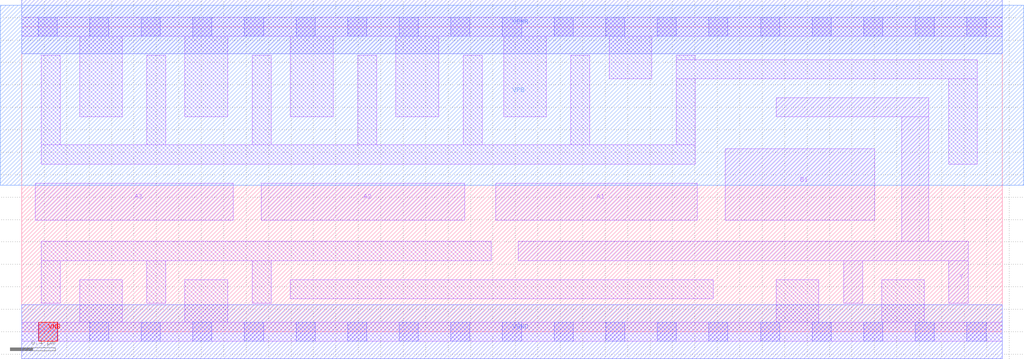
<source format=lef>
# Copyright 2020 The SkyWater PDK Authors
#
# Licensed under the Apache License, Version 2.0 (the "License");
# you may not use this file except in compliance with the License.
# You may obtain a copy of the License at
#
#     https://www.apache.org/licenses/LICENSE-2.0
#
# Unless required by applicable law or agreed to in writing, software
# distributed under the License is distributed on an "AS IS" BASIS,
# WITHOUT WARRANTIES OR CONDITIONS OF ANY KIND, either express or implied.
# See the License for the specific language governing permissions and
# limitations under the License.
#
# SPDX-License-Identifier: Apache-2.0

VERSION 5.7 ;
  NOWIREEXTENSIONATPIN ON ;
  DIVIDERCHAR "/" ;
  BUSBITCHARS "[]" ;
PROPERTYDEFINITIONS
  MACRO maskLayoutSubType STRING ;
  MACRO prCellType STRING ;
  MACRO originalViewName STRING ;
END PROPERTYDEFINITIONS
MACRO sky130_fd_sc_hdll__a31oi_4
  CLASS CORE ;
  FOREIGN sky130_fd_sc_hdll__a31oi_4 ;
  ORIGIN  0.000000  0.000000 ;
  SIZE  8.740000 BY  2.720000 ;
  SYMMETRY X Y R90 ;
  SITE unithd ;
  PIN A1
    ANTENNAGATEAREA  1.110000 ;
    DIRECTION INPUT ;
    USE SIGNAL ;
    PORT
      LAYER li1 ;
        RECT 4.225000 0.995000 6.020000 1.325000 ;
    END
  END A1
  PIN A2
    ANTENNAGATEAREA  1.110000 ;
    DIRECTION INPUT ;
    USE SIGNAL ;
    PORT
      LAYER li1 ;
        RECT 2.135000 0.995000 3.950000 1.325000 ;
    END
  END A2
  PIN A3
    ANTENNAGATEAREA  1.110000 ;
    DIRECTION INPUT ;
    USE SIGNAL ;
    PORT
      LAYER li1 ;
        RECT 0.120000 0.995000 1.885000 1.325000 ;
    END
  END A3
  PIN B1
    ANTENNAGATEAREA  1.110000 ;
    DIRECTION INPUT ;
    USE SIGNAL ;
    PORT
      LAYER li1 ;
        RECT 6.270000 0.995000 7.605000 1.630000 ;
    END
  END B1
  PIN VGND
    ANTENNADIFFAREA  0.832000 ;
    DIRECTION INOUT ;
    USE SIGNAL ;
    PORT
      LAYER met1 ;
        RECT 0.000000 -0.240000 8.740000 0.240000 ;
    END
  END VGND
  PIN VNB
    PORT
      LAYER pwell ;
        RECT 0.150000 -0.085000 0.320000 0.085000 ;
    END
  END VNB
  PIN VPB
    PORT
      LAYER nwell ;
        RECT -0.190000 1.305000 8.930000 2.910000 ;
    END
  END VPB
  PIN VPWR
    ANTENNADIFFAREA  1.740000 ;
    DIRECTION INOUT ;
    USE SIGNAL ;
    PORT
      LAYER met1 ;
        RECT 0.000000 2.480000 8.740000 2.960000 ;
    END
  END VPWR
  PIN Y
    ANTENNADIFFAREA  1.613500 ;
    DIRECTION OUTPUT ;
    USE SIGNAL ;
    PORT
      LAYER li1 ;
        RECT 4.425000 0.635000 8.435000 0.805000 ;
        RECT 6.725000 1.915000 8.085000 2.085000 ;
        RECT 7.325000 0.255000 7.495000 0.635000 ;
        RECT 7.845000 0.805000 8.085000 1.915000 ;
        RECT 8.265000 0.255000 8.435000 0.635000 ;
    END
  END Y
  OBS
    LAYER li1 ;
      RECT 0.000000 -0.085000 8.740000 0.085000 ;
      RECT 0.000000  2.635000 8.740000 2.805000 ;
      RECT 0.175000  0.255000 0.345000 0.635000 ;
      RECT 0.175000  0.635000 4.185000 0.805000 ;
      RECT 0.175000  1.495000 6.005000 1.665000 ;
      RECT 0.175000  1.665000 0.345000 2.465000 ;
      RECT 0.515000  0.085000 0.895000 0.465000 ;
      RECT 0.515000  1.915000 0.895000 2.635000 ;
      RECT 1.115000  0.255000 1.285000 0.635000 ;
      RECT 1.115000  1.665000 1.285000 2.465000 ;
      RECT 1.455000  0.085000 1.835000 0.465000 ;
      RECT 1.455000  1.915000 1.835000 2.635000 ;
      RECT 2.055000  0.255000 2.225000 0.635000 ;
      RECT 2.055000  1.665000 2.225000 2.465000 ;
      RECT 2.395000  0.295000 6.165000 0.465000 ;
      RECT 2.395000  1.915000 2.775000 2.635000 ;
      RECT 2.995000  1.665000 3.165000 2.465000 ;
      RECT 3.335000  1.915000 3.715000 2.635000 ;
      RECT 3.935000  1.665000 4.105000 2.465000 ;
      RECT 4.295000  1.915000 4.675000 2.635000 ;
      RECT 4.895000  1.665000 5.065000 2.465000 ;
      RECT 5.235000  2.255000 5.615000 2.635000 ;
      RECT 5.835000  1.665000 6.005000 2.255000 ;
      RECT 5.835000  2.255000 8.515000 2.425000 ;
      RECT 5.835000  2.425000 6.005000 2.465000 ;
      RECT 6.725000  0.085000 7.105000 0.465000 ;
      RECT 7.665000  0.085000 8.045000 0.465000 ;
      RECT 8.265000  1.495000 8.515000 2.255000 ;
    LAYER mcon ;
      RECT 0.145000 -0.085000 0.315000 0.085000 ;
      RECT 0.145000  2.635000 0.315000 2.805000 ;
      RECT 0.605000 -0.085000 0.775000 0.085000 ;
      RECT 0.605000  2.635000 0.775000 2.805000 ;
      RECT 1.065000 -0.085000 1.235000 0.085000 ;
      RECT 1.065000  2.635000 1.235000 2.805000 ;
      RECT 1.525000 -0.085000 1.695000 0.085000 ;
      RECT 1.525000  2.635000 1.695000 2.805000 ;
      RECT 1.985000 -0.085000 2.155000 0.085000 ;
      RECT 1.985000  2.635000 2.155000 2.805000 ;
      RECT 2.445000 -0.085000 2.615000 0.085000 ;
      RECT 2.445000  2.635000 2.615000 2.805000 ;
      RECT 2.905000 -0.085000 3.075000 0.085000 ;
      RECT 2.905000  2.635000 3.075000 2.805000 ;
      RECT 3.365000 -0.085000 3.535000 0.085000 ;
      RECT 3.365000  2.635000 3.535000 2.805000 ;
      RECT 3.825000 -0.085000 3.995000 0.085000 ;
      RECT 3.825000  2.635000 3.995000 2.805000 ;
      RECT 4.285000 -0.085000 4.455000 0.085000 ;
      RECT 4.285000  2.635000 4.455000 2.805000 ;
      RECT 4.745000 -0.085000 4.915000 0.085000 ;
      RECT 4.745000  2.635000 4.915000 2.805000 ;
      RECT 5.205000 -0.085000 5.375000 0.085000 ;
      RECT 5.205000  2.635000 5.375000 2.805000 ;
      RECT 5.665000 -0.085000 5.835000 0.085000 ;
      RECT 5.665000  2.635000 5.835000 2.805000 ;
      RECT 6.125000 -0.085000 6.295000 0.085000 ;
      RECT 6.125000  2.635000 6.295000 2.805000 ;
      RECT 6.585000 -0.085000 6.755000 0.085000 ;
      RECT 6.585000  2.635000 6.755000 2.805000 ;
      RECT 7.045000 -0.085000 7.215000 0.085000 ;
      RECT 7.045000  2.635000 7.215000 2.805000 ;
      RECT 7.505000 -0.085000 7.675000 0.085000 ;
      RECT 7.505000  2.635000 7.675000 2.805000 ;
      RECT 7.965000 -0.085000 8.135000 0.085000 ;
      RECT 7.965000  2.635000 8.135000 2.805000 ;
      RECT 8.425000 -0.085000 8.595000 0.085000 ;
      RECT 8.425000  2.635000 8.595000 2.805000 ;
  END
  PROPERTY maskLayoutSubType "abstract" ;
  PROPERTY prCellType "standard" ;
  PROPERTY originalViewName "layout" ;
END sky130_fd_sc_hdll__a31oi_4
END LIBRARY

</source>
